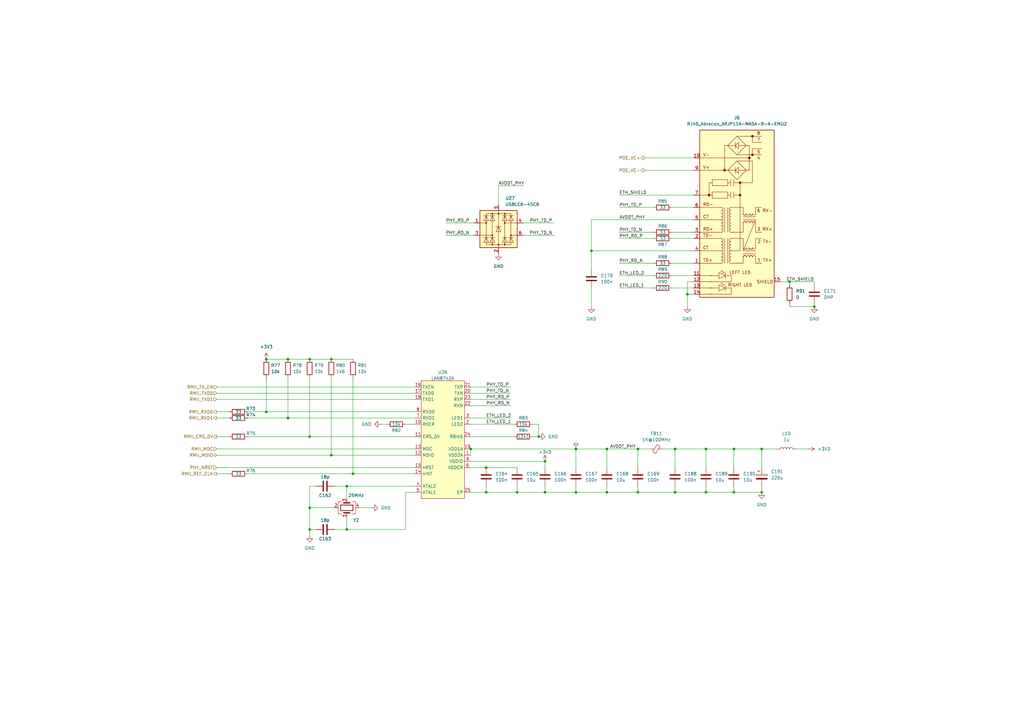
<source format=kicad_sch>
(kicad_sch (version 20211123) (generator eeschema)
  (paper "A3")
  (title_block (title "Kirdy") (date "2022-07-03") (rev "r0.1") (company "M-Labs") (comment 1 "Alex Wong Tat Hang"))
  (lib_symbols
    (symbol "Connector:RJ45_Abracon_ARJP11A-MASA-B-A-EMU2" (pin_names (offset 1.016) hide)
      (property "Reference" "J" (at 0 -38.1 0))
      (property "Value" "RJ45_Abracon_ARJP11A-MASA-B-A-EMU2" (at 0 -35.56 0))
      (symbol "RJ45_Abracon_ARJP11A-MASA-B-A-EMU2_0_0"
        (rectangle (start -15.24 -34.29) (end 15.24 34.29) (stroke (width 0.254)) (fill (type background)))
        (rectangle (start -3.81 8.89) (end -10.16 6.35))
        (polyline (pts (xy -15.24 -33.02) (xy -10.16 -33.02)))
        (polyline (pts (xy -15.24 -30.48) (xy -10.16 -30.48)))
        (polyline (pts (xy -15.24 -27.94) (xy -10.16 -27.94)))
        (polyline (pts (xy -15.24 -25.4) (xy -10.16 -25.4)))
        (polyline (pts (xy -15.24 -20.32) (xy -10.16 -20.32)))
        (polyline (pts (xy -15.24 -15.24) (xy -10.16 -15.24)))
        (polyline (pts (xy -15.24 -10.16) (xy -10.16 -10.16)))
        (polyline (pts (xy -15.24 -7.62) (xy -10.16 -7.62)))
        (polyline (pts (xy -15.24 -2.54) (xy -10.16 -2.54)))
        (polyline (pts (xy -15.24 2.54) (xy -10.16 2.54)))
        (polyline (pts (xy -15.24 22.86) (xy 5.08 22.86)))
        (polyline (pts (xy -11.43 7.62) (xy -15.24 7.62)))
        (polyline (pts (xy -11.176 -25.4) (xy -7.366 -25.4)))
        (polyline (pts (xy -10.16 7.62) (xy -11.43 7.62)))
        (polyline (pts (xy -5.08 17.78) (xy -15.24 17.78)))
        (polyline (pts (xy -5.08 17.78) (xy -3.81 17.78)))
        (polyline (pts (xy -5.08 19.05) (xy -5.08 17.78)))
        (polyline (pts (xy -3.81 7.62) (xy -2.54 7.62)))
        (polyline (pts (xy -3.81 12.7) (xy -2.54 12.7)))
        (polyline (pts (xy -2.54 8.89) (xy -2.54 6.35)))
        (polyline (pts (xy -1.27 8.89) (xy -1.27 6.35)))
        (polyline (pts (xy -1.27 13.97) (xy -1.27 11.43)))
        (polyline (pts (xy 0 21.59) (xy 6.35 21.59)))
        (polyline (pts (xy 0 24.13) (xy 10.16 24.13)))
        (polyline (pts (xy 0 31.75) (xy 10.16 31.75)))
        (polyline (pts (xy 1.27 10.16) (xy 1.27 12.7)))
        (polyline (pts (xy -10.16 12.7) (xy -11.43 12.7) (xy -11.43 7.62)))
        (polyline (pts (xy -3.81 27.94) (xy -5.08 27.94) (xy -5.08 17.78)))
        (polyline (pts (xy -1.27 12.7) (xy 0 12.7) (xy 1.27 12.7)))
        (polyline (pts (xy 1.27 12.7) (xy 6.35 12.7) (xy 6.35 21.59)))
        (polyline (pts (xy 6.35 24.13) (xy 6.35 26.67) (xy 10.16 26.67)))
        (polyline (pts (xy 6.35 31.75) (xy 6.35 29.21) (xy 10.16 29.21)))
        (polyline (pts (xy -4.826 -25.4) (xy -2.286 -25.4) (xy -2.286 -27.94) (xy -11.176 -27.94)))
        (polyline (pts (xy -2.54 -15.24) (xy -1.27 -15.24) (xy 1.27 -15.24) (xy 1.27 10.16)))
        (polyline (pts (xy 3.81 17.78) (xy 5.08 17.78) (xy 5.08 27.94) (xy 3.81 27.94)))
        (polyline (pts (xy -3.81 17.78) (xy 0 13.97) (xy 3.81 17.78) (xy 0 21.59) (xy -3.81 17.78)))
        (circle (center 1.27 7.62) (radius 0.0001) (stroke (width 0.508)))
        (text "1 TX+" (at 11.43 -19.05 0) (effects (font (size 1.27 1.27))))
        (text "2 TX-" (at 11.43 -11.43 0) (effects (font (size 1.27 1.27))))
        (text "3 RX+" (at 11.43 -6.35 0) (effects (font (size 1.27 1.27))))
        (text "4" (at 8.89 22.86 0) (effects (font (size 1.27 1.27))))
        (text "5" (at 8.89 25.4 0) (effects (font (size 1.27 1.27))))
        (text "6 RX-" (at 11.43 1.27 0) (effects (font (size 1.27 1.27))))
        (text "7" (at 8.89 30.48 0) (effects (font (size 1.27 1.27))))
        (text "8" (at 8.89 33.02 0) (effects (font (size 1.27 1.27))))
        (text "CT" (at -13.97 -1.27 0) (effects (font (size 1.27 1.27)) (justify left)))
        (text "LEFT LED" (at 1.27 -24.13 0) (effects (font (size 1.27 1.27))))
        (text "RD-" (at -13.97 3.81 0) (effects (font (size 1.27 1.27)) (justify left)))
        (text "SHIELD" (at 11.43 -27.94 0) (effects (font (size 1.27 1.27))))
        (text "V+" (at -13.97 19.05 0) (effects (font (size 1.27 1.27)) (justify left)))
        (text "V-" (at -13.97 24.13 0) (effects (font (size 1.27 1.27)) (justify left)))
      )
      (symbol "RJ45_Abracon_ARJP11A-MASA-B-A-EMU2_0_1"
        (arc (start -6.35 -16.51) (mid -5.715 -15.875) (end -6.35 -15.24))
        (arc (start -6.35 -15.24) (mid -5.715 -14.605) (end -6.35 -13.97))
        (arc (start -6.35 -13.97) (mid -6.35 -16.51) (end -6.35 -13.97))
        (arc (start -6.35 -11.43) (mid -5.715 -10.795) (end -6.35 -10.16))
        (polyline (pts (xy -6.35 -20.32) (xy -10.16 -20.32)))
        (polyline (pts (xy -6.35 -15.24) (xy -10.16 -15.24)))
        (polyline (pts (xy -6.35 -10.16) (xy -10.16 -10.16)))
        (polyline (pts (xy -6.35 -7.62) (xy -10.16 -7.62)))
        (polyline (pts (xy -6.35 -2.54) (xy -10.16 -2.54)))
        (polyline (pts (xy -6.35 2.54) (xy -10.16 2.54)))
        (polyline (pts (xy -6.096 -28.448) (xy -6.35 -28.448)))
        (polyline (pts (xy -5.334 -28.956) (xy -5.588 -28.956)))
        (polyline (pts (xy -4.826 -24.13) (xy -4.826 -26.67)))
        (polyline (pts (xy -1.27 7.62) (xy 1.27 7.62)))
        (polyline (pts (xy -0.635 17.78) (xy -3.81 17.78)))
        (polyline (pts (xy -0.635 19.05) (xy -0.635 16.51)))
        (polyline (pts (xy 0.635 17.78) (xy 3.81 17.78)))
        (polyline (pts (xy -6.604 -28.956) (xy -6.096 -28.448) (xy -6.096 -28.702)))
        (polyline (pts (xy -5.842 -29.464) (xy -5.334 -28.956) (xy -5.334 -29.21)))
        (polyline (pts (xy -7.366 -24.13) (xy -7.366 -26.67) (xy -4.826 -25.4) (xy -7.366 -24.13)))
        (polyline (pts (xy 0.635 19.05) (xy 0.635 16.51) (xy -0.635 17.78) (xy 0.635 19.05)))
      )
      (symbol "RJ45_Abracon_ARJP11A-MASA-B-A-EMU2_1_1"
        (circle (center -11.43 7.62) (radius 0.0001) (stroke (width 0.508)))
        (arc (start -6.35 -20.32) (mid -5.715 -19.685) (end -6.35 -19.05))
        (arc (start -6.35 -19.05) (mid -5.715 -18.415) (end -6.35 -17.78))
        (arc (start -6.35 -17.78) (mid -6.35 -20.32) (end -6.35 -17.78))
        (arc (start -6.35 -17.78) (mid -5.715 -17.145) (end -6.35 -16.51))
        (arc (start -6.35 -13.97) (mid -5.715 -13.335) (end -6.35 -12.7))
        (arc (start -6.35 -12.7) (mid -5.715 -12.065) (end -6.35 -11.43))
        (arc (start -6.35 -7.62) (mid -5.715 -6.985) (end -6.35 -6.35))
        (arc (start -6.35 -6.35) (mid -5.715 -5.715) (end -6.35 -5.08))
        (arc (start -6.35 -5.08) (mid -6.35 -7.62) (end -6.35 -5.08))
        (arc (start -6.35 -5.08) (mid -5.715 -4.445) (end -6.35 -3.81))
        (arc (start -6.35 -3.81) (mid -6.35 -6.35) (end -6.35 -3.81))
        (arc (start -6.35 -3.81) (mid -5.715 -3.175) (end -6.35 -2.54))
        (arc (start -6.35 -2.54) (mid -5.715 -1.905) (end -6.35 -1.27))
        (arc (start -6.35 -1.27) (mid -5.715 -0.635) (end -6.35 0))
        (arc (start -6.35 0) (mid -5.715 0.635) (end -6.35 1.27))
        (arc (start -6.35 1.27) (mid -6.35 -1.27) (end -6.35 1.27))
        (arc (start -6.35 1.27) (mid -5.715 1.905) (end -6.35 2.54))
        (circle (center -5.08 17.78) (radius 0.0001) (stroke (width 0.508)))
        (rectangle (start -3.81 13.97) (end -10.16 11.43))
        (arc (start -2.54 -19.05) (mid -3.175 -19.685) (end -2.54 -20.32))
        (arc (start -2.54 -19.05) (mid -2.54 -16.51) (end -2.54 -19.05))
        (arc (start -2.54 -17.78) (mid -3.175 -18.415) (end -2.54 -19.05))
        (arc (start -2.54 -16.51) (mid -3.175 -17.145) (end -2.54 -17.78))
        (arc (start -2.54 -15.24) (mid -3.175 -15.875) (end -2.54 -16.51))
        (arc (start -2.54 -15.24) (mid -2.54 -12.7) (end -2.54 -15.24))
        (arc (start -2.54 -13.97) (mid -3.175 -14.605) (end -2.54 -15.24))
        (arc (start -2.54 -12.7) (mid -3.175 -13.335) (end -2.54 -13.97))
        (arc (start -2.54 -11.43) (mid -3.175 -12.065) (end -2.54 -12.7))
        (arc (start -2.54 -10.16) (mid -3.175 -10.795) (end -2.54 -11.43))
        (arc (start -2.54 -6.35) (mid -3.175 -6.985) (end -2.54 -7.62))
        (arc (start -2.54 -6.35) (mid -2.54 -3.81) (end -2.54 -6.35))
        (arc (start -2.54 -5.08) (mid -3.175 -5.715) (end -2.54 -6.35))
        (arc (start -2.54 -3.81) (mid -3.175 -4.445) (end -2.54 -5.08))
        (arc (start -2.54 -3.81) (mid -2.54 -1.27) (end -2.54 -3.81))
        (arc (start -2.54 -2.54) (mid -3.175 -3.175) (end -2.54 -3.81))
        (arc (start -2.54 -1.27) (mid -3.175 -1.905) (end -2.54 -2.54))
        (arc (start -2.54 0) (mid -3.175 -0.635) (end -2.54 -1.27))
        (arc (start -2.54 0) (mid -2.54 2.54) (end -2.54 0))
        (arc (start -2.54 1.27) (mid -3.175 0.635) (end -2.54 0))
        (arc (start -2.54 2.54) (mid -3.175 1.905) (end -2.54 1.27))
        (polyline (pts (xy -11.176 -30.48) (xy -7.366 -30.48)))
        (polyline (pts (xy -6.096 -23.368) (xy -6.35 -23.368)))
        (polyline (pts (xy -5.334 -23.876) (xy -5.588 -23.876)))
        (polyline (pts (xy -5.08 -10.16) (xy -5.08 -20.32)))
        (polyline (pts (xy -5.08 2.54) (xy -5.08 -7.62)))
        (polyline (pts (xy -4.826 -29.21) (xy -4.826 -31.75)))
        (polyline (pts (xy -3.81 -20.32) (xy -3.81 -10.16)))
        (polyline (pts (xy -3.81 -7.62) (xy -3.81 2.54)))
        (polyline (pts (xy -2.54 13.97) (xy -2.54 11.43)))
        (polyline (pts (xy -0.635 27.94) (xy -3.81 27.94)))
        (polyline (pts (xy -0.635 29.21) (xy -0.635 26.67)))
        (polyline (pts (xy 0.635 27.94) (xy 3.81 27.94)))
        (polyline (pts (xy 2.54 -16.51) (xy 7.62 -16.51)))
        (polyline (pts (xy 2.54 -15.24) (xy 7.62 -2.54)))
        (polyline (pts (xy 2.54 -2.54) (xy 7.62 -2.54)))
        (polyline (pts (xy 7.62 -15.24) (xy 2.54 -15.24)))
        (polyline (pts (xy 7.62 -1.27) (xy 2.54 -1.27)))
        (polyline (pts (xy -6.604 -23.876) (xy -6.096 -23.368) (xy -6.096 -23.622)))
        (polyline (pts (xy -5.842 -24.384) (xy -5.334 -23.876) (xy -5.334 -24.13)))
        (polyline (pts (xy -2.54 -10.16) (xy 2.54 -10.16) (xy 2.54 -13.97)))
        (polyline (pts (xy -2.54 -7.62) (xy 2.54 -7.62) (xy 2.54 -3.81)))
        (polyline (pts (xy -2.54 2.54) (xy 2.54 2.54) (xy 2.54 0)))
        (polyline (pts (xy 2.54 -17.78) (xy 2.54 -20.32) (xy -2.54 -20.32)))
        (polyline (pts (xy 7.62 -17.78) (xy 7.62 -20.32) (xy 10.16 -20.32)))
        (polyline (pts (xy 7.62 -13.97) (xy 7.62 -10.16) (xy 10.16 -10.16)))
        (polyline (pts (xy 7.62 -3.81) (xy 7.62 -7.62) (xy 10.16 -7.62)))
        (polyline (pts (xy 7.62 0) (xy 7.62 2.54) (xy 10.16 2.54)))
        (polyline (pts (xy -7.366 -29.21) (xy -7.366 -31.75) (xy -4.826 -30.48) (xy -7.366 -29.21)))
        (polyline (pts (xy -4.826 -30.48) (xy -2.286 -30.48) (xy -2.286 -33.02) (xy -11.176 -33.02)))
        (polyline (pts (xy 0.635 29.21) (xy 0.635 26.67) (xy -0.635 27.94) (xy 0.635 29.21)))
        (polyline (pts (xy -3.81 27.94) (xy 0 24.13) (xy 3.81 27.94) (xy 0 31.75) (xy -3.81 27.94)))
        (circle (center 1.27 12.7) (radius 0.0001) (stroke (width 0.508)))
        (arc (start 2.54 -17.78) (mid 5.08 -17.78) (end 2.54 -17.78))
        (arc (start 2.54 -13.97) (mid 3.175 -14.605) (end 3.81 -13.97))
        (arc (start 2.54 -13.97) (mid 3.175 -14.605) (end 3.81 -13.97))
        (arc (start 2.54 -3.81) (mid 5.08 -3.81) (end 2.54 -3.81))
        (arc (start 2.54 0) (mid 3.175 -0.635) (end 3.81 0))
        (arc (start 2.54 0) (mid 3.175 -0.635) (end 3.81 0))
        (arc (start 3.81 -17.78) (mid 3.175 -17.145) (end 2.54 -17.78))
        (arc (start 3.81 -17.78) (mid 3.175 -17.145) (end 2.54 -17.78))
        (arc (start 3.81 -13.97) (mid 1.27 -13.97) (end 3.81 -13.97))
        (arc (start 3.81 -13.97) (mid 4.445 -14.605) (end 5.08 -13.97))
        (arc (start 3.81 -3.81) (mid 3.175 -3.175) (end 2.54 -3.81))
        (arc (start 3.81 -3.81) (mid 3.175 -3.175) (end 2.54 -3.81))
        (arc (start 3.81 0) (mid 1.27 0) (end 3.81 0))
        (arc (start 3.81 0) (mid 4.445 -0.635) (end 5.08 0))
        (arc (start 5.08 -17.78) (mid 4.445 -17.145) (end 3.81 -17.78))
        (arc (start 5.08 -17.78) (mid 7.62 -17.78) (end 5.08 -17.78))
        (arc (start 5.08 -13.97) (mid 5.715 -14.605) (end 6.35 -13.97))
        (arc (start 5.08 -13.97) (mid 5.715 -14.605) (end 6.35 -13.97))
        (arc (start 5.08 -3.81) (mid 4.445 -3.175) (end 3.81 -3.81))
        (arc (start 5.08 -3.81) (mid 7.62 -3.81) (end 5.08 -3.81))
        (arc (start 5.08 0) (mid 5.715 -0.635) (end 6.35 0))
        (arc (start 5.08 0) (mid 5.715 -0.635) (end 6.35 0))
        (circle (center 5.08 22.86) (radius 0.0001) (stroke (width 0.508)))
        (circle (center 5.08 22.86) (radius 0.0001) (stroke (width 0.508)))
        (arc (start 6.35 -17.78) (mid 5.715 -17.145) (end 5.08 -17.78))
        (arc (start 6.35 -17.78) (mid 5.715 -17.145) (end 5.08 -17.78))
        (arc (start 6.35 -13.97) (mid 3.81 -13.97) (end 6.35 -13.97))
        (arc (start 6.35 -13.97) (mid 6.985 -14.605) (end 7.62 -13.97))
        (arc (start 6.35 -3.81) (mid 5.715 -3.175) (end 5.08 -3.81))
        (arc (start 6.35 -3.81) (mid 5.715 -3.175) (end 5.08 -3.81))
        (arc (start 6.35 0) (mid 3.81 0) (end 6.35 0))
        (arc (start 6.35 0) (mid 6.985 -0.635) (end 7.62 0))
        (circle (center 6.35 24.13) (radius 0.0001) (stroke (width 0.508)))
        (circle (center 6.35 31.75) (radius 0.0001) (stroke (width 0.508)))
        (arc (start 7.62 -17.78) (mid 6.985 -17.145) (end 6.35 -17.78))
        (arc (start 7.62 -3.81) (mid 6.985 -3.175) (end 6.35 -3.81))
        (text "CT" (at -13.97 -13.97 0) (effects (font (size 1.27 1.27)) (justify left)))
        (text "RD+" (at -13.97 -6.35 0) (effects (font (size 1.27 1.27)) (justify left)))
        (text "RIGHT LED" (at 1.27 -29.21 0) (effects (font (size 1.27 1.27))))
        (text "TD+" (at -13.97 -19.05 0) (effects (font (size 1.27 1.27)) (justify left)))
        (text "TD-" (at -13.97 -8.89 0) (effects (font (size 1.27 1.27)) (justify left)))
        (pin passive line (at -17.78 -20.32 0) (length 2.54) (name "TD+") (number "1"))
        (pin power_out line (at -17.78 22.86 0) (length 2.54) (name "V-") (number "10"))
        (pin passive line (at -17.78 -25.4 0) (length 2.54) (name "LLED+") (number "11"))
        (pin passive line (at -17.78 -27.94 0) (length 2.54) (name "LLED-") (number "12"))
        (pin passive line (at -17.78 -30.48 0) (length 2.54) (name "RLED+") (number "13"))
        (pin passive line (at -17.78 -33.02 0) (length 2.54) (name "RLED-") (number "14"))
        (pin passive line (at 17.78 -27.94 180) (length 2.54) (name "SHIELD") (number "15"))
        (pin passive line (at -17.78 -10.16 0) (length 2.54) (name "TD-") (number "2"))
        (pin passive line (at -17.78 -7.62 0) (length 2.54) (name "RD+") (number "3"))
        (pin passive line (at -17.78 -15.24 0) (length 2.54) (name "CT") (number "4"))
        (pin passive line (at -17.78 -2.54 0) (length 2.54) (name "CT") (number "5"))
        (pin passive line (at -17.78 2.54 0) (length 2.54) (name "RD-") (number "6"))
        (pin passive line (at -17.78 7.62 0) (length 2.54) (name "7") (number "7"))
        (pin power_out line (at -17.78 17.78 0) (length 2.54) (name "V+") (number "9"))
      )
    )
    (symbol "Device:C" (pin_numbers hide) (pin_names (offset 0.254))
      (property "Reference" "C" (at 0.635 2.54 0))
      (property "Value" "C" (at 0.635 -2.54 0))
      (symbol "C_0_1"
        (polyline (pts (xy -2.032 -0.762) (xy 2.032 -0.762)) (stroke (width 0.508)))
        (polyline (pts (xy -2.032 0.762) (xy 2.032 0.762)) (stroke (width 0.508)))
      )
      (symbol "C_1_1"
        (pin passive line (at 0 3.81 270) (length 2.794) (name "~") (number "1"))
        (pin passive line (at 0 -3.81 90) (length 2.794) (name "~") (number "2"))
      )
    )
    (symbol "Device:C_Polarized" (pin_numbers hide) (pin_names (offset 0.254))
      (property "Reference" "C" (at 0.635 2.54 0))
      (property "Value" "C_Polarized" (at 0.635 -2.54 0))
      (symbol "C_Polarized_0_1"
        (rectangle (start -2.286 0.508) (end 2.286 1.016))
        (polyline (pts (xy -1.778 2.286) (xy -0.762 2.286)))
        (polyline (pts (xy -1.27 2.794) (xy -1.27 1.778)))
        (rectangle (start 2.286 -0.508) (end -2.286 -1.016) (fill (type outline)))
      )
      (symbol "C_Polarized_1_1"
        (pin passive line (at 0 3.81 270) (length 2.794) (name "~") (number "1"))
        (pin passive line (at 0 -3.81 90) (length 2.794) (name "~") (number "2"))
      )
    )
    (symbol "Device:Crystal_GND24" (pin_names (offset 1.016) hide)
      (property "Reference" "Y" (at 3.175 5.08 0))
      (property "Value" "Crystal_GND24" (at 3.175 3.175 0))
      (symbol "Crystal_GND24_0_1"
        (rectangle (start -1.143 2.54) (end 1.143 -2.54) (stroke (width 0.3048)))
        (polyline (pts (xy -2.54 0) (xy -2.032 0)))
        (polyline (pts (xy -2.032 -1.27) (xy -2.032 1.27)) (stroke (width 0.508)))
        (polyline (pts (xy 0 -3.81) (xy 0 -3.556)))
        (polyline (pts (xy 0 3.556) (xy 0 3.81)))
        (polyline (pts (xy 2.032 -1.27) (xy 2.032 1.27)) (stroke (width 0.508)))
        (polyline (pts (xy 2.032 0) (xy 2.54 0)))
        (polyline (pts (xy -2.54 -2.286) (xy -2.54 -3.556) (xy 2.54 -3.556) (xy 2.54 -2.286)))
        (polyline (pts (xy -2.54 2.286) (xy -2.54 3.556) (xy 2.54 3.556) (xy 2.54 2.286)))
      )
      (symbol "Crystal_GND24_1_1"
        (pin passive line (at -3.81 0 0) (length 1.27) (name "1") (number "1"))
        (pin passive line (at 0 5.08 270) (length 1.27) (name "2") (number "2"))
        (pin passive line (at 3.81 0 180) (length 1.27) (name "3") (number "3"))
        (pin passive line (at 0 -5.08 90) (length 1.27) (name "4") (number "4"))
      )
    )
    (symbol "Device:FerriteBead_Small" (pin_numbers hide) (pin_names (offset 0))
      (property "Reference" "FB" (at 1.905 1.27 0))
      (property "Value" "FerriteBead_Small" (at 1.905 -1.27 0))
      (symbol "FerriteBead_Small_0_1"
        (polyline (pts (xy 0 -1.27) (xy 0 -0.7874)))
        (polyline (pts (xy 0 0.889) (xy 0 1.2954)))
        (polyline (pts (xy -1.8288 0.2794) (xy -1.1176 1.4986) (xy 1.8288 -0.2032) (xy 1.1176 -1.4224) (xy -1.8288 0.2794)))
      )
      (symbol "FerriteBead_Small_1_1"
        (pin passive line (at 0 2.54 270) (length 1.27) (name "~") (number "1"))
        (pin passive line (at 0 -2.54 90) (length 1.27) (name "~") (number "2"))
      )
    )
    (symbol "Device:L" (pin_numbers hide) (pin_names (offset 1.016) hide)
      (property "Reference" "L" (at -1.27 0 90))
      (property "Value" "L" (at 1.905 0 90))
      (symbol "L_0_1"
        (arc (start 0 -2.54) (mid 0.635 -1.905) (end 0 -1.27))
        (arc (start 0 -1.27) (mid 0.635 -0.635) (end 0 0))
        (arc (start 0 0) (mid 0.635 0.635) (end 0 1.27))
        (arc (start 0 1.27) (mid 0.635 1.905) (end 0 2.54))
      )
      (symbol "L_1_1"
        (pin passive line (at 0 3.81 270) (length 1.27) (name "1") (number "1"))
        (pin passive line (at 0 -3.81 90) (length 1.27) (name "2") (number "2"))
      )
    )
    (symbol "Device:R" (pin_numbers hide) (pin_names (offset 0))
      (property "Reference" "R" (at 2.032 0 90))
      (property "Value" "R" (at 0 0 90))
      (symbol "R_0_1"
        (rectangle (start -1.016 -2.54) (end 1.016 2.54) (stroke (width 0.254)))
      )
      (symbol "R_1_1"
        (pin passive line (at 0 3.81 270) (length 1.27) (name "~") (number "1"))
        (pin passive line (at 0 -3.81 90) (length 1.27) (name "~") (number "2"))
      )
    )
    (symbol "Power_Protection:USBLC6-4SC6" (pin_names hide)
      (property "Reference" "U" (at 2.54 8.89 0))
      (property "Value" "USBLC6-4SC6" (at 2.54 -8.89 0))
      (symbol "USBLC6-4SC6_0_1"
        (rectangle (start -7.62 -7.62) (end 7.62 7.62) (stroke (width 0.254)) (fill (type background)))
        (circle (center -5.08 2.54) (radius 0.254) (fill (type outline)))
        (circle (center -2.54 -6.35) (radius 0.254) (fill (type outline)))
        (circle (center -2.54 -2.54) (radius 0.254) (fill (type outline)))
        (circle (center -2.54 6.35) (radius 0.254) (fill (type outline)))
        (rectangle (start -2.54 6.35) (end 2.54 -6.35))
        (circle (center 0 -6.35) (radius 0.254) (fill (type outline)))
        (polyline (pts (xy -5.08 2.54) (xy -7.62 2.54)))
        (polyline (pts (xy -4.064 -3.429) (xy -6.096 -3.429)))
        (polyline (pts (xy -4.064 5.461) (xy -6.096 5.461)))
        (polyline (pts (xy -2.54 -2.54) (xy -7.62 -2.54)))
        (polyline (pts (xy -1.524 -3.429) (xy -3.556 -3.429)))
        (polyline (pts (xy -1.524 5.461) (xy -3.556 5.461)))
        (polyline (pts (xy 0 -7.62) (xy 0 -6.35)))
        (polyline (pts (xy 0 -6.35) (xy 0 1.27)))
        (polyline (pts (xy 0 1.27) (xy 0 6.35)))
        (polyline (pts (xy 0 6.35) (xy 0 7.62)))
        (polyline (pts (xy 1.524 -3.429) (xy 3.556 -3.429)))
        (polyline (pts (xy 1.524 5.461) (xy 3.556 5.461)))
        (polyline (pts (xy 2.54 2.54) (xy 7.62 2.54)))
        (polyline (pts (xy 4.064 -3.429) (xy 6.096 -3.429)))
        (polyline (pts (xy 4.064 5.461) (xy 6.096 5.461)))
        (polyline (pts (xy 5.08 -2.54) (xy 7.62 -2.54)))
        (polyline (pts (xy -6.096 -5.461) (xy -4.064 -5.461) (xy -5.08 -3.429) (xy -6.096 -5.461)))
        (polyline (pts (xy -6.096 3.429) (xy -4.064 3.429) (xy -5.08 5.461) (xy -6.096 3.429)))
        (polyline (pts (xy -3.556 -5.461) (xy -1.524 -5.461) (xy -2.54 -3.429) (xy -3.556 -5.461)))
        (polyline (pts (xy -3.556 3.429) (xy -1.524 3.429) (xy -2.54 5.461) (xy -3.556 3.429)))
        (polyline (pts (xy -2.54 6.35) (xy -5.08 6.35) (xy -5.08 -6.35) (xy -2.54 -6.35)))
        (polyline (pts (xy -1.016 -1.016) (xy 1.016 -1.016) (xy 0 1.016) (xy -1.016 -1.016)))
        (polyline (pts (xy 1.016 1.016) (xy 0.762 1.016) (xy -1.016 1.016) (xy -1.016 0.508)))
        (polyline (pts (xy 2.54 6.35) (xy 5.08 6.35) (xy 5.08 -6.35) (xy 2.54 -6.35)))
        (polyline (pts (xy 3.556 -5.461) (xy 1.524 -5.461) (xy 2.54 -3.429) (xy 3.556 -5.461)))
        (polyline (pts (xy 3.556 3.429) (xy 1.524 3.429) (xy 2.54 5.461) (xy 3.556 3.429)))
        (polyline (pts (xy 6.096 -5.461) (xy 4.064 -5.461) (xy 5.08 -3.429) (xy 6.096 -5.461)))
        (polyline (pts (xy 6.096 3.429) (xy 4.064 3.429) (xy 5.08 5.461) (xy 6.096 3.429)))
        (circle (center 0 6.35) (radius 0.254) (fill (type outline)))
        (circle (center 2.54 -6.35) (radius 0.254) (fill (type outline)))
        (circle (center 2.54 2.54) (radius 0.254) (fill (type outline)))
        (circle (center 2.54 6.35) (radius 0.254) (fill (type outline)))
        (circle (center 5.08 -2.54) (radius 0.254) (fill (type outline)))
      )
      (symbol "USBLC6-4SC6_1_1"
        (pin passive line (at -10.16 2.54 0) (length 2.54) (name "I/O1") (number "1"))
        (pin passive line (at 0 -10.16 90) (length 2.54) (name "GND") (number "2"))
        (pin passive line (at -10.16 -2.54 0) (length 2.54) (name "I/O2") (number "3"))
        (pin passive line (at 10.16 2.54 180) (length 2.54) (name "I/O3") (number "4"))
        (pin passive line (at 0 10.16 270) (length 2.54) (name "VBUS") (number "5"))
        (pin passive line (at 10.16 -2.54 180) (length 2.54) (name "I/O4") (number "6"))
      )
    )
    (symbol "kirdy:LAN8742A"
      (property "Reference" "U" (at 0 -30.48 0))
      (property "Value" "LAN8742A" (at 0 -27.94 0))
      (symbol "LAN8742A_0_0"
        (pin power_in line (at 10.16 -7.62 180) (length 2.54) (name "VDD2A") (number "1"))
        (pin bidirectional line (at -12.7 5.08 0) (length 2.54) (name "RXER") (number "10"))
        (pin output line (at -12.7 0 0) (length 2.54) (name "CRS_DV") (number "11"))
        (pin bidirectional line (at -12.7 -7.62 0) (length 2.54) (name "MDIO") (number "12"))
        (pin input line (at -12.7 -5.08 0) (length 2.54) (name "MDC") (number "13"))
        (pin output line (at -12.7 -15.24 0) (length 2.54) (name "nINT") (number "14"))
        (pin input line (at -12.7 -12.7 0) (length 2.54) (name "nRST") (number "15"))
        (pin input line (at -12.7 20.32 0) (length 2.54) (name "TXEN") (number "16"))
        (pin input line (at -12.7 17.78 0) (length 2.54) (name "TXD0") (number "17"))
        (pin input line (at -12.7 15.24 0) (length 2.54) (name "TXD1") (number "18"))
        (pin power_in line (at 10.16 -5.08 180) (length 2.54) (name "VDD1A") (number "19"))
        (pin output line (at 10.16 5.08 180) (length 2.54) (name "LED2") (number "2"))
        (pin bidirectional line (at 10.16 17.78 180) (length 2.54) (name "TXN") (number "20"))
        (pin bidirectional line (at 10.16 20.32 180) (length 2.54) (name "TXP") (number "21"))
        (pin bidirectional line (at 10.16 12.7 180) (length 2.54) (name "RXN") (number "22"))
        (pin bidirectional line (at 10.16 15.24 180) (length 2.54) (name "RXP") (number "23"))
        (pin passive line (at 10.16 0 180) (length 2.54) (name "RBIAS") (number "24"))
        (pin power_in line (at 10.16 -22.86 180) (length 2.54) (name "EP") (number "25"))
        (pin output line (at 10.16 7.62 180) (length 2.54) (name "LED1") (number "3"))
        (pin input line (at -12.7 -20.32 0) (length 2.54) (name "XTAL2") (number "4"))
        (pin input line (at -12.7 -22.86 0) (length 2.54) (name "XTAL1") (number "5"))
        (pin passive line (at 10.16 -12.7 180) (length 2.54) (name "VDDCR") (number "6"))
        (pin output line (at -12.7 7.62 0) (length 2.54) (name "RXD1") (number "7"))
        (pin output line (at -12.7 10.16 0) (length 2.54) (name "RXD0") (number "8"))
        (pin power_in line (at 10.16 -10.16 180) (length 2.54) (name "VDDIO") (number "9"))
      )
      (symbol "LAN8742A_0_1"
        (rectangle (start -10.16 22.86) (end 7.62 -25.4) (fill (type background)))
      )
    )
    (symbol "power:+3V3" (power) (pin_names (offset 0))
      (property "Value" "+3V3" (at 0 3.556 0))
      (symbol "+3V3_0_1"
        (polyline (pts (xy -0.762 1.27) (xy 0 2.54)))
        (polyline (pts (xy 0 0) (xy 0 2.54)))
        (polyline (pts (xy 0 2.54) (xy 0.762 1.27)))
      )
      (symbol "+3V3_1_1"
        (pin power_in line (at 0 0 90) (length 0) hide (name "+3V3") (number "1"))
      )
    )
    (symbol "power:GND" (power) (pin_names (offset 0))
      (property "Value" "GND" (at 0 -3.81 0))
      (symbol "GND_0_1"
        (polyline (pts (xy 0 0) (xy 0 -1.27) (xy 1.27 -1.27) (xy 0 -2.54) (xy -1.27 -1.27) (xy 0 -1.27)))
      )
      (symbol "GND_1_1"
        (pin power_in line (at 0 0 270) (length 0) hide (name "GND") (number "1"))
      )
    )
    (symbol "power:PWR_FLAG" (power) (pin_numbers hide) (pin_names (offset 0) hide)
      (property "Value" "PWR_FLAG" (at 0 3.81 0))
      (symbol "PWR_FLAG_0_0"
        (pin power_out line (at 0 0 90) (length 0) (name "pwr") (number "1"))
      )
      (symbol "PWR_FLAG_0_1"
        (polyline (pts (xy 0 0) (xy 0 1.27) (xy -1.016 1.905) (xy 0 2.54) (xy 1.016 1.905) (xy 0 1.27)))
      )
    )
  )
  (junction (at 312.42 184.15))
  (junction (at 223.52 201.93))
  (junction (at 127 217.17))
  (junction (at 334.01 125.73))
  (junction (at 109.22 168.91))
  (junction (at 281.94 120.65))
  (junction (at 300.99 201.93))
  (junction (at 135.89 147.32))
  (junction (at 300.99 184.15))
  (junction (at 236.22 184.15))
  (junction (at 135.89 186.69))
  (junction (at 212.09 201.93))
  (junction (at 248.92 184.15))
  (junction (at 127 147.32))
  (junction (at 109.22 147.32))
  (junction (at 289.56 184.15))
  (junction (at 118.11 171.45))
  (junction (at 144.78 194.31))
  (junction (at 242.57 102.87))
  (junction (at 323.85 115.57))
  (junction (at 312.42 201.93))
  (junction (at 220.98 179.07))
  (junction (at 236.22 201.93))
  (junction (at 276.86 201.93))
  (junction (at 199.39 201.93))
  (junction (at 127 208.28))
  (junction (at 261.62 201.93))
  (junction (at 142.24 217.17))
  (junction (at 199.39 191.77))
  (junction (at 276.86 184.15))
  (junction (at 127 179.07))
  (junction (at 261.62 184.15))
  (junction (at 248.92 201.93))
  (junction (at 223.52 189.23))
  (junction (at 118.11 147.32))
  (junction (at 142.24 199.39))
  (junction (at 193.04 184.15))
  (junction (at 289.56 201.93))
  (wire (pts (xy 127 147.32) (xy 135.89 147.32)))
  (wire (pts (xy 289.56 184.15) (xy 300.99 184.15)))
  (wire (pts (xy 276.86 184.15) (xy 289.56 184.15)))
  (wire (pts (xy 88.9 186.69) (xy 135.89 186.69)))
  (wire (pts (xy 212.09 199.39) (xy 212.09 201.93)))
  (wire (pts (xy 254 95.25) (xy 267.97 95.25)))
  (wire (pts (xy 275.59 95.25) (xy 284.48 95.25)))
  (wire (pts (xy 323.85 115.57) (xy 323.85 116.84)))
  (wire (pts (xy 236.22 199.39) (xy 236.22 201.93)))
  (wire (pts (xy 193.04 179.07) (xy 210.82 179.07)))
  (wire (pts (xy 220.98 173.99) (xy 220.98 179.07)))
  (wire (pts (xy 193.04 166.37) (xy 209.55 166.37)))
  (wire (pts (xy 88.9 168.91) (xy 93.98 168.91)))
  (wire (pts (xy 236.22 201.93) (xy 248.92 201.93)))
  (wire (pts (xy 320.04 115.57) (xy 323.85 115.57)))
  (wire (pts (xy 109.22 154.94) (xy 109.22 168.91)))
  (wire (pts (xy 88.9 171.45) (xy 93.98 171.45)))
  (wire (pts (xy 182.88 96.52) (xy 194.31 96.52)))
  (wire (pts (xy 242.57 102.87) (xy 284.48 102.87)))
  (wire (pts (xy 127 154.94) (xy 127 179.07)))
  (wire (pts (xy 300.99 199.39) (xy 300.99 201.93)))
  (wire (pts (xy 281.94 115.57) (xy 281.94 120.65)))
  (wire (pts (xy 326.39 184.15) (xy 331.47 184.15)))
  (wire (pts (xy 289.56 201.93) (xy 276.86 201.93)))
  (wire (pts (xy 254 118.11) (xy 267.97 118.11)))
  (wire (pts (xy 127 208.28) (xy 137.16 208.28)))
  (wire (pts (xy 166.37 201.93) (xy 170.18 201.93)))
  (wire (pts (xy 242.57 125.73) (xy 242.57 118.11)))
  (wire (pts (xy 137.16 217.17) (xy 142.24 217.17)))
  (wire (pts (xy 312.42 199.39) (xy 312.42 201.93)))
  (wire (pts (xy 127 208.28) (xy 127 199.39)))
  (wire (pts (xy 323.85 125.73) (xy 334.01 125.73)))
  (wire (pts (xy 312.42 184.15) (xy 312.42 191.77)))
  (wire (pts (xy 182.88 91.44) (xy 194.31 91.44)))
  (wire (pts (xy 199.39 191.77) (xy 212.09 191.77)))
  (wire (pts (xy 142.24 199.39) (xy 170.18 199.39)))
  (wire (pts (xy 275.59 113.03) (xy 284.48 113.03)))
  (wire (pts (xy 144.78 194.31) (xy 170.18 194.31)))
  (wire (pts (xy 193.04 184.15) (xy 193.04 186.69)))
  (wire (pts (xy 147.32 208.28) (xy 152.4 208.28)))
  (wire (pts (xy 261.62 184.15) (xy 261.62 191.77)))
  (wire (pts (xy 264.16 69.85) (xy 284.48 69.85)))
  (wire (pts (xy 199.39 201.93) (xy 212.09 201.93)))
  (wire (pts (xy 289.56 199.39) (xy 289.56 201.93)))
  (wire (pts (xy 223.52 201.93) (xy 236.22 201.93)))
  (wire (pts (xy 118.11 171.45) (xy 170.18 171.45)))
  (wire (pts (xy 248.92 199.39) (xy 248.92 201.93)))
  (wire (pts (xy 88.9 194.31) (xy 93.98 194.31)))
  (wire (pts (xy 101.6 179.07) (xy 127 179.07)))
  (wire (pts (xy 218.44 179.07) (xy 220.98 179.07)))
  (wire (pts (xy 127 219.71) (xy 127 217.17)))
  (wire (pts (xy 261.62 201.93) (xy 261.62 199.39)))
  (wire (pts (xy 254 113.03) (xy 267.97 113.03)))
  (wire (pts (xy 193.04 158.75) (xy 209.55 158.75)))
  (wire (pts (xy 261.62 184.15) (xy 266.7 184.15)))
  (wire (pts (xy 88.9 184.15) (xy 170.18 184.15)))
  (wire (pts (xy 223.52 199.39) (xy 223.52 201.93)))
  (wire (pts (xy 248.92 184.15) (xy 261.62 184.15)))
  (wire (pts (xy 193.04 184.15) (xy 236.22 184.15)))
  (wire (pts (xy 242.57 102.87) (xy 242.57 110.49)))
  (wire (pts (xy 144.78 154.94) (xy 144.78 194.31)))
  (wire (pts (xy 88.9 179.07) (xy 93.98 179.07)))
  (wire (pts (xy 193.04 191.77) (xy 199.39 191.77)))
  (wire (pts (xy 88.9 191.77) (xy 170.18 191.77)))
  (wire (pts (xy 204.47 76.2) (xy 214.63 76.2)))
  (wire (pts (xy 276.86 184.15) (xy 276.86 191.77)))
  (wire (pts (xy 284.48 90.17) (xy 242.57 90.17)))
  (wire (pts (xy 88.9 158.75) (xy 170.18 158.75)))
  (wire (pts (xy 193.04 201.93) (xy 199.39 201.93)))
  (wire (pts (xy 166.37 173.99) (xy 170.18 173.99)))
  (wire (pts (xy 193.04 173.99) (xy 210.82 173.99)))
  (wire (pts (xy 127 217.17) (xy 129.54 217.17)))
  (wire (pts (xy 218.44 173.99) (xy 220.98 173.99)))
  (wire (pts (xy 289.56 184.15) (xy 289.56 191.77)))
  (wire (pts (xy 214.63 91.44) (xy 227.33 91.44)))
  (wire (pts (xy 275.59 85.09) (xy 284.48 85.09)))
  (wire (pts (xy 312.42 201.93) (xy 300.99 201.93)))
  (wire (pts (xy 118.11 147.32) (xy 127 147.32)))
  (wire (pts (xy 214.63 96.52) (xy 227.33 96.52)))
  (wire (pts (xy 127 199.39) (xy 129.54 199.39)))
  (wire (pts (xy 254 80.01) (xy 284.48 80.01)))
  (wire (pts (xy 281.94 125.73) (xy 281.94 120.65)))
  (wire (pts (xy 109.22 168.91) (xy 170.18 168.91)))
  (wire (pts (xy 142.24 217.17) (xy 166.37 217.17)))
  (wire (pts (xy 118.11 154.94) (xy 118.11 171.45)))
  (wire (pts (xy 300.99 201.93) (xy 289.56 201.93)))
  (wire (pts (xy 254 85.09) (xy 267.97 85.09)))
  (wire (pts (xy 276.86 199.39) (xy 276.86 201.93)))
  (wire (pts (xy 127 217.17) (xy 127 208.28)))
  (wire (pts (xy 275.59 118.11) (xy 284.48 118.11)))
  (wire (pts (xy 334.01 115.57) (xy 334.01 116.84)))
  (wire (pts (xy 193.04 189.23) (xy 223.52 189.23)))
  (wire (pts (xy 334.01 124.46) (xy 334.01 125.73)))
  (wire (pts (xy 135.89 186.69) (xy 170.18 186.69)))
  (wire (pts (xy 142.24 204.47) (xy 142.24 199.39)))
  (wire (pts (xy 127 179.07) (xy 170.18 179.07)))
  (wire (pts (xy 300.99 184.15) (xy 300.99 191.77)))
  (wire (pts (xy 236.22 184.15) (xy 236.22 191.77)))
  (wire (pts (xy 88.9 163.83) (xy 170.18 163.83)))
  (wire (pts (xy 276.86 201.93) (xy 261.62 201.93)))
  (wire (pts (xy 248.92 184.15) (xy 248.92 191.77)))
  (wire (pts (xy 135.89 147.32) (xy 144.78 147.32)))
  (wire (pts (xy 142.24 212.09) (xy 142.24 217.17)))
  (wire (pts (xy 275.59 97.79) (xy 284.48 97.79)))
  (wire (pts (xy 300.99 184.15) (xy 312.42 184.15)))
  (wire (pts (xy 166.37 217.17) (xy 166.37 201.93)))
  (wire (pts (xy 193.04 171.45) (xy 209.55 171.45)))
  (wire (pts (xy 271.78 184.15) (xy 276.86 184.15)))
  (wire (pts (xy 312.42 184.15) (xy 318.77 184.15)))
  (wire (pts (xy 101.6 168.91) (xy 109.22 168.91)))
  (wire (pts (xy 254 97.79) (xy 267.97 97.79)))
  (wire (pts (xy 101.6 171.45) (xy 118.11 171.45)))
  (wire (pts (xy 212.09 201.93) (xy 223.52 201.93)))
  (wire (pts (xy 193.04 161.29) (xy 209.55 161.29)))
  (wire (pts (xy 236.22 184.15) (xy 248.92 184.15)))
  (wire (pts (xy 281.94 120.65) (xy 284.48 120.65)))
  (wire (pts (xy 193.04 163.83) (xy 209.55 163.83)))
  (wire (pts (xy 275.59 107.95) (xy 284.48 107.95)))
  (wire (pts (xy 101.6 194.31) (xy 144.78 194.31)))
  (wire (pts (xy 137.16 199.39) (xy 142.24 199.39)))
  (wire (pts (xy 264.16 64.77) (xy 284.48 64.77)))
  (wire (pts (xy 204.47 76.2) (xy 204.47 83.82)))
  (wire (pts (xy 242.57 90.17) (xy 242.57 102.87)))
  (wire (pts (xy 248.92 201.93) (xy 261.62 201.93)))
  (wire (pts (xy 284.48 115.57) (xy 281.94 115.57)))
  (wire (pts (xy 323.85 115.57) (xy 334.01 115.57)))
  (wire (pts (xy 323.85 124.46) (xy 323.85 125.73)))
  (wire (pts (xy 109.22 147.32) (xy 118.11 147.32)))
  (wire (pts (xy 254 107.95) (xy 267.97 107.95)))
  (wire (pts (xy 135.89 154.94) (xy 135.89 186.69)))
  (wire (pts (xy 223.52 189.23) (xy 223.52 191.77)))
  (wire (pts (xy 199.39 199.39) (xy 199.39 201.93)))
  (wire (pts (xy 156.21 173.99) (xy 158.75 173.99)))
  (wire (pts (xy 88.9 161.29) (xy 170.18 161.29)))
  (label "PHY_TD_P" (at 199.39 158.75 0))
  (label "PHY_TD_P" (at 254 85.09 0))
  (label "PHY_RD_N" (at 254 107.95 0))
  (label "AVDDT_PHY" (at 204.47 76.2 0))
  (label "PHY_RD_P" (at 254 97.79 0))
  (label "ETH_SHIELD" (at 254 80.01 0))
  (label "ETH_LED_1" (at 254 118.11 0))
  (label "PHY_TD_N" (at 199.39 161.29 0))
  (label "PHY_RD_P" (at 199.39 163.83 0))
  (label "PHY_TD_N" (at 217.17 96.52 0))
  (label "PHY_TD_N" (at 254 95.25 0))
  (label "PHY_RD_N" (at 199.39 166.37 0))
  (label "ETH_LED_2" (at 199.39 171.45 0))
  (label "PHY_RD_P" (at 182.88 91.44 0))
  (label "AVDDT_PHY" (at 254 90.17 0))
  (label "AVDDT_PHY" (at 250.19 184.15 0))
  (label "ETH_LED_2" (at 254 113.03 0))
  (label "PHY_RD_N" (at 182.88 96.52 0))
  (label "ETH_LED_1" (at 199.39 173.99 0))
  (label "PHY_TD_P" (at 217.17 91.44 0))
  (label "ETH_SHIELD" (at 322.58 115.57 0))
  (hierarchical_label "RMII_MDC" (shape input) (at 88.9 184.15 180))
  (hierarchical_label "RMII_TXD1" (shape input) (at 88.9 163.83 180))
  (hierarchical_label "RMII_RXD1" (shape output) (at 88.9 171.45 180))
  (hierarchical_label "RMII_RXD0" (shape output) (at 88.9 168.91 180))
  (hierarchical_label "RMII_CRS_DV" (shape output) (at 88.9 179.07 180))
  (hierarchical_label "RMII_MDIO" (shape bidirectional) (at 88.9 186.69 180))
  (hierarchical_label "RMII_REF_CLK" (shape output) (at 88.9 194.31 180))
  (hierarchical_label "POE_VC-" (shape output) (at 264.16 69.85 180))
  (hierarchical_label "RMII_TX_EN" (shape input) (at 88.9 158.75 180))
  (hierarchical_label "PHY_NRST" (shape input) (at 88.9 191.77 180))
  (hierarchical_label "POE_VC+" (shape output) (at 264.16 64.77 180))
  (hierarchical_label "RMII_TXD0" (shape input) (at 88.9 161.29 180))
  (symbol (lib_id "Device:C") (at 199.39 195.58 0) (unit 1)
    (property "Reference" "C164" (at 203.2 194.3099 0) (effects (justify left)))
    (property "Value" "100n" (at 203.2 196.8499 0) (effects (justify left)))
    (property "Footprint" "Capacitor_SMD:C_0603_1608Metric" (effects hide))
    (property "MFR_PN" "CL10B104KB8NNWC" (effects hide))
    (property "MFR_PN_ALT" "CL10B104KB8NNNL" (effects hide))
  )
  (symbol (lib_id "Device:C") (at 212.09 195.58 0) (unit 1)
    (property "Reference" "C165" (at 215.9 194.3099 0) (effects (justify left)))
    (property "Value" "10u" (at 215.9 196.8499 0) (effects (justify left)))
    (property "Footprint" "Capacitor_SMD:C_0805_2012Metric" (effects hide))
    (property "MFR_PN" "CL21B106KOQNNNG" (effects hide))
    (property "MFR_PN_ALT" "CL21B106KOQNNNE" (effects hide))
  )
  (symbol (lib_id "Device:C") (at 236.22 195.58 0) (unit 1)
    (property "Reference" "C167" (at 240.03 194.3099 0) (effects (justify left)))
    (property "Value" "100n" (at 240.03 196.8499 0) (effects (justify left)))
    (property "Footprint" "Capacitor_SMD:C_0603_1608Metric" (effects hide))
    (property "MFR_PN" "CL10B104KB8NNWC" (effects hide))
    (property "MFR_PN_ALT" "CL10B104KB8NNNL" (effects hide))
  )
  (symbol (lib_id "power:GND") (at 127 219.71 0) (unit 1)
    (property "Reference" "#PWR0142" (effects hide))
    (property "Value" "GND" (at 127 224.79 0))
  )
  (symbol (lib_id "Device:R") (at 144.78 151.13 180) (unit 1)
    (property "Reference" "R81" (at 148.59 149.86 0))
    (property "Value" "10k" (at 148.59 152.4 0))
    (property "Footprint" "Resistor_SMD:R_0603_1608Metric" (effects hide))
    (property "MFR_PN" "RNCP0603FTD10K0" (effects hide))
    (property "MFR_PN_ALT" "RMCF0603FT10K0" (effects hide))
  )
  (symbol (lib_id "Device:R") (at 214.63 179.07 90) (unit 1)
    (property "Reference" "R84" (at 214.63 176.53 90))
    (property "Value" "12k1" (at 214.63 179.07 90))
    (property "Footprint" "Resistor_SMD:R_0603_1608Metric" (effects hide))
    (property "MFR_PN" "RNCP0603FTD12K1" (effects hide))
    (property "MFR_PN_ALT" "CR0603-FX-1212ELF" (effects hide))
  )
  (symbol (lib_id "Device:R") (at 271.78 118.11 90) (unit 1)
    (property "Reference" "R90" (at 271.78 115.57 90))
    (property "Value" "220" (at 271.78 118.11 90))
    (property "Footprint" "Resistor_SMD:R_0603_1608Metric" (effects hide))
    (property "MFR_PN" "WR06X2200FTL" (effects hide))
    (property "MFR_PN_ALT" "CRGCQ0603F220R" (effects hide))
  )
  (symbol (lib_id "Device:L") (at 322.58 184.15 90) (unit 1)
    (property "Reference" "L10" (at 322.58 177.8 90))
    (property "Value" "1u" (at 322.58 180.34 90))
    (property "Footprint" "Inductor_SMD:L_1008_2520Metric" (effects hide))
    (property "MFR_PN" "DFE252012F-1R0M=P2" (effects hide))
    (property "MFR_PN_ALT" "DFE252012P-1R0M=P2" (effects hide))
  )
  (symbol (lib_id "Device:R") (at 109.22 151.13 180) (unit 1)
    (property "Reference" "R77" (at 113.03 149.86 0))
    (property "Value" "10k" (at 113.03 152.4 0))
    (property "Footprint" "Resistor_SMD:R_0603_1608Metric" (effects hide))
    (property "MFR_PN" "RNCP0603FTD10K0" (effects hide))
    (property "MFR_PN_ALT" "RMCF0603FT10K0" (effects hide))
  )
  (symbol (lib_id "Device:R") (at 162.56 173.99 90) (unit 1)
    (property "Reference" "R82" (at 162.56 176.53 90))
    (property "Value" "10k" (at 162.56 173.99 90))
    (property "Footprint" "Resistor_SMD:R_0603_1608Metric" (effects hide))
    (property "MFR_PN" "RNCP0603FTD10K0" (effects hide))
    (property "MFR_PN_ALT" "RMCF0603FT10K0" (effects hide))
  )
  (symbol (lib_id "Device:R") (at 97.79 194.31 90) (unit 1)
    (property "Reference" "R76" (at 102.87 193.04 90))
    (property "Value" "33" (at 97.79 194.31 90))
    (property "Footprint" "Resistor_SMD:R_0603_1608Metric" (effects hide))
    (property "MFR_PN" "RC0603FR-0733RL" (effects hide))
    (property "MFR_PN_ALT" "CRGCQ0603F33R" (effects hide))
  )
  (symbol (lib_id "power:GND") (at 242.57 125.73 0) (unit 1)
    (property "Reference" "#PWR0149" (effects hide))
    (property "Value" "GND" (at 242.57 130.81 0))
  )
  (symbol (lib_id "power:+3V3") (at 109.22 147.32 0) (unit 1)
    (property "Reference" "#PWR0141" (effects hide))
    (property "Value" "+3V3" (at 109.22 142.24 0))
  )
  (symbol (lib_id "power:GND") (at 281.94 125.73 0) (unit 1)
    (property "Reference" "#PWR0150" (effects hide))
    (property "Value" "GND" (at 281.94 130.81 0))
  )
  (symbol (lib_id "Device:C") (at 334.01 120.65 0) (unit 1)
    (property "Reference" "C171" (at 337.82 119.3799 0) (effects (justify left)))
    (property "Value" "DNP" (at 337.82 121.9199 0) (effects (justify left)))
    (property "Footprint" "Capacitor_SMD:C_1206_3216Metric" (effects hide))
    (property "MFR_PN" "12067C472KAT2A" (effects hide))
    (property "MFR_PN_ALT" "1206B472K501NT" (effects hide))
  )
  (symbol (lib_id "power:GND") (at 156.21 173.99 270) (unit 1)
    (property "Reference" "#PWR0144" (effects hide))
    (property "Value" "GND" (at 152.4 173.9899 90) (effects (justify right)))
  )
  (symbol (lib_id "Device:R") (at 271.78 113.03 90) (unit 1)
    (property "Reference" "R89" (at 271.78 110.49 90))
    (property "Value" "220" (at 271.78 113.03 90))
    (property "Footprint" "Resistor_SMD:R_0603_1608Metric" (effects hide))
    (property "MFR_PN" "WR06X2200FTL" (effects hide))
    (property "MFR_PN_ALT" "CRGCQ0603F220R" (effects hide))
  )
  (symbol (lib_id "power:+3V3") (at 223.52 189.23 0) (unit 1)
    (property "Reference" "#PWR0161" (effects hide))
    (property "Value" "+3V3" (at 223.52 185.42 0))
  )
  (symbol (lib_id "Device:R") (at 271.78 85.09 90) (unit 1)
    (property "Reference" "R85" (at 271.78 82.55 90))
    (property "Value" "33" (at 271.78 85.09 90))
    (property "Footprint" "Resistor_SMD:R_0603_1608Metric" (effects hide))
    (property "MFR_PN" "RC0603FR-0733RL" (effects hide))
    (property "MFR_PN_ALT" "CRGCQ0603F33R" (effects hide))
  )
  (symbol (lib_id "Device:R") (at 271.78 97.79 90) (unit 1)
    (property "Reference" "R87" (at 271.78 100.33 90))
    (property "Value" "33" (at 271.78 97.79 90))
    (property "Footprint" "Resistor_SMD:R_0603_1608Metric" (effects hide))
    (property "MFR_PN" "RC0603FR-0733RL" (effects hide))
    (property "MFR_PN_ALT" "CRGCQ0603F33R" (effects hide))
  )
  (symbol (lib_id "power:+3V3") (at 331.47 184.15 270) (unit 1)
    (property "Reference" "#PWR0148" (effects hide))
    (property "Value" "+3V3" (at 335.28 184.1499 90) (effects (justify left)))
  )
  (symbol (lib_id "Device:R") (at 271.78 95.25 90) (unit 1)
    (property "Reference" "R86" (at 271.78 92.71 90))
    (property "Value" "33" (at 271.78 95.25 90))
    (property "Footprint" "Resistor_SMD:R_0603_1608Metric" (effects hide))
    (property "MFR_PN" "RC0603FR-0733RL" (effects hide))
    (property "MFR_PN_ALT" "CRGCQ0603F33R" (effects hide))
  )
  (symbol (lib_id "kirdy:LAN8742A") (at 182.88 179.07 0) (unit 1)
    (property "Reference" "U26" (at 181.61 152.6372 0))
    (property "Value" "LAN8742A" (at 181.61 155.1741 0))
    (property "Footprint" "Package_DFN_QFN:QFN-24-1EP_4x4mm_P0.5mm_EP2.6x2.6mm" (effects hide))
    (property "Datasheet" "https://ww1.microchip.com/downloads/en/DeviceDoc/8742a.pdf" (effects hide))
    (property "MFR_PN" "LAN8742A-CZ" (effects hide))
    (property "MFR_PN_ALT" "LAN8742AI-CZ" (effects hide))
  )
  (symbol (lib_id "Device:R") (at 323.85 120.65 0) (unit 1)
    (property "Reference" "R91" (at 326.39 119.3799 0) (effects (justify left)))
    (property "Value" "0" (at 326.39 121.9199 0) (effects (justify left)))
    (property "Footprint" "Resistor_SMD:R_0603_1608Metric" (effects hide))
    (property "MFR_PN" "RMCF0603ZT0R00" (effects hide))
    (property "MFR_PN_ALT" "CR0603-J/-000ELF" (effects hide))
  )
  (symbol (lib_id "Device:R") (at 97.79 171.45 90) (unit 1)
    (property "Reference" "R74" (at 102.87 170.18 90))
    (property "Value" "33" (at 97.79 171.45 90))
    (property "Footprint" "Resistor_SMD:R_0603_1608Metric" (effects hide))
    (property "MFR_PN" "RC0603FR-0733RL" (effects hide))
    (property "MFR_PN_ALT" "CRGCQ0603F33R" (effects hide))
  )
  (symbol (lib_id "power:PWR_FLAG") (at 236.22 184.15 0) (unit 1)
    (property "Reference" "#FLG0117" (effects hide))
    (property "Value" "PWR_FLAG" (effects hide))
  )
  (symbol (lib_id "Device:R") (at 97.79 168.91 90) (unit 1)
    (property "Reference" "R73" (at 102.87 167.64 90))
    (property "Value" "33" (at 97.79 168.91 90))
    (property "Footprint" "Resistor_SMD:R_0603_1608Metric" (effects hide))
    (property "MFR_PN" "RC0603FR-0733RL" (effects hide))
    (property "MFR_PN_ALT" "CRGCQ0603F33R" (effects hide))
  )
  (symbol (lib_id "power:GND") (at 220.98 179.07 90) (unit 1)
    (property "Reference" "#PWR0145" (effects hide))
    (property "Value" "GND" (at 224.79 179.0699 90) (effects (justify right)))
  )
  (symbol (lib_id "Device:Crystal_GND24") (at 142.24 208.28 90) (unit 1)
    (property "Reference" "Y2" (at 146.05 213.36 90))
    (property "Value" "25MHz" (at 146.05 203.2 90))
    (property "Footprint" "Crystal:Crystal_SMD_2016-4Pin_2.0x1.6mm" (effects hide))
    (property "MFR_PN" "FA-128 25.0000MF10Z-AC3" (effects hide))
  )
  (symbol (lib_id "Power_Protection:USBLC6-4SC6") (at 204.47 93.98 0) (unit 1)
    (property "Reference" "U27" (at 207.2387 81.28 0) (effects (justify left)))
    (property "Value" "USBLC6-4SC6" (at 207.2387 83.82 0) (effects (justify left)))
    (property "Footprint" "Package_TO_SOT_SMD:SOT-23-6" (effects hide))
    (property "Datasheet" "https://www.st.com/resource/en/datasheet/usblc6-4.pdf" (effects hide))
    (property "MFR_PN" "USBLC6-4SC6Y" (effects hide))
    (property "MFR_PN_ALT" "USBLC6-4SC6" (effects hide))
  )
  (symbol (lib_id "power:GND") (at 312.42 201.93 0) (unit 1)
    (property "Reference" "#PWR0147" (effects hide))
    (property "Value" "GND" (at 312.42 207.01 0))
  )
  (symbol (lib_id "Connector:RJ45_Abracon_ARJP11A-MASA-B-A-EMU2") (at 302.26 87.63 0) (unit 1)
    (property "Reference" "J6" (at 302.26 48.26 0))
    (property "Value" "RJ45_Abracon_ARJP11A-MASA-B-A-EMU2" (at 302.26 50.8 0))
    (property "Footprint" "Connector_RJ:RJ45_Abracon_ARJP11A-MA_Horizontal" (effects hide))
    (property "Datasheet" "https://abracon.com/Magnetics/lan/ARJP11A.PDF" (effects hide))
    (property "MFR_PN" "ARJP11A-MASA-B-A-EMU2" (effects hide))
  )
  (symbol (lib_id "Device:C") (at 276.86 195.58 0) (unit 1)
    (property "Reference" "C188" (at 280.67 194.3099 0) (effects (justify left)))
    (property "Value" "100n" (at 280.67 196.8499 0) (effects (justify left)))
    (property "Footprint" "Capacitor_SMD:C_0603_1608Metric" (effects hide))
    (property "MFR_PN" "CL10B104KB8NNWC" (effects hide))
    (property "MFR_PN_ALT" "CL10B104KB8NNNL" (effects hide))
  )
  (symbol (lib_id "power:GND") (at 152.4 208.28 90) (unit 1)
    (property "Reference" "#PWR0143" (effects hide))
    (property "Value" "GND" (at 156.21 208.2799 90) (effects (justify right)))
  )
  (symbol (lib_id "Device:R") (at 135.89 151.13 180) (unit 1)
    (property "Reference" "R80" (at 139.7 149.86 0))
    (property "Value" "1k6" (at 139.7 152.4 0))
    (property "Footprint" "Resistor_SMD:R_0603_1608Metric" (effects hide))
    (property "MFR_PN" "RT0603FRE071K6L" (effects hide))
    (property "MFR_PN_ALT" "RMCF0603FT1K60" (effects hide))
  )
  (symbol (lib_id "Device:C") (at 248.92 195.58 0) (unit 1)
    (property "Reference" "C168" (at 252.73 194.3099 0) (effects (justify left)))
    (property "Value" "10u" (at 252.73 196.8499 0) (effects (justify left)))
    (property "Footprint" "Capacitor_SMD:C_0805_2012Metric" (effects hide))
    (property "MFR_PN" "CL21B106KOQNNNG" (effects hide))
    (property "MFR_PN_ALT" "CL21B106KOQNNNE" (effects hide))
  )
  (symbol (lib_id "Device:C") (at 242.57 114.3 0) (unit 1)
    (property "Reference" "C170" (at 246.38 113.0299 0) (effects (justify left)))
    (property "Value" "100n" (at 246.38 115.5699 0) (effects (justify left)))
    (property "Footprint" "Capacitor_SMD:C_0603_1608Metric" (effects hide))
    (property "MFR_PN" "CL10B104KB8NNWC" (effects hide))
    (property "MFR_PN_ALT" "CL10B104KB8NNNL" (effects hide))
  )
  (symbol (lib_id "Device:C") (at 300.99 195.58 0) (unit 1)
    (property "Reference" "C190" (at 304.8 194.3099 0) (effects (justify left)))
    (property "Value" "10u" (at 304.8 196.8499 0) (effects (justify left)))
    (property "Footprint" "Capacitor_SMD:C_0805_2012Metric" (effects hide))
    (property "MFR_PN" "CL21B106KOQNNNG" (effects hide))
    (property "MFR_PN_ALT" "CL21B106KOQNNNE" (effects hide))
  )
  (symbol (lib_id "Device:R") (at 118.11 151.13 180) (unit 1)
    (property "Reference" "R78" (at 121.92 149.86 0))
    (property "Value" "10k" (at 121.92 152.4 0))
    (property "Footprint" "Resistor_SMD:R_0603_1608Metric" (effects hide))
    (property "MFR_PN" "RNCP0603FTD10K0" (effects hide))
    (property "MFR_PN_ALT" "RMCF0603FT10K0" (effects hide))
  )
  (symbol (lib_id "Device:R") (at 127 151.13 180) (unit 1)
    (property "Reference" "R79" (at 130.81 149.86 0))
    (property "Value" "10k" (at 130.81 152.4 0))
    (property "Footprint" "Resistor_SMD:R_0603_1608Metric" (effects hide))
    (property "MFR_PN" "RNCP0603FTD10K0" (effects hide))
    (property "MFR_PN_ALT" "RMCF0603FT10K0" (effects hide))
  )
  (symbol (lib_id "Device:R") (at 214.63 173.99 90) (unit 1)
    (property "Reference" "R83" (at 214.63 171.45 90))
    (property "Value" "10k" (at 214.63 173.99 90))
    (property "Footprint" "Resistor_SMD:R_0603_1608Metric" (effects hide))
    (property "MFR_PN" "RNCP0603FTD10K0" (effects hide))
    (property "MFR_PN_ALT" "RMCF0603FT10K0" (effects hide))
  )
  (symbol (lib_id "Device:C") (at 133.35 217.17 90) (unit 1)
    (property "Reference" "C163" (at 133.35 220.98 90))
    (property "Value" "18p" (at 133.35 213.36 90))
    (property "Footprint" "Capacitor_SMD:C_0603_1608Metric" (effects hide))
    (property "MFR_PN" "0603N180J500CT" (effects hide))
    (property "MFR_PN_ALT" "CC0603JPNPO9BN180" (effects hide))
  )
  (symbol (lib_id "Device:C_Polarized") (at 312.42 195.58 0) (unit 1)
    (property "Reference" "C191" (at 316.23 193.4209 0) (effects (justify left)))
    (property "Value" "220u" (at 316.23 195.9609 0) (effects (justify left)))
    (property "Footprint" "Capacitor_Tantalum_SMD:CP_EIA-7343-15_Kemet-W" (effects hide))
    (property "MFR_PN" "T491D227K016AT" (effects hide))
    (property "MFR_PN_ALT" "293D227X9016E2TE3" (effects hide))
  )
  (symbol (lib_id "power:GND") (at 334.01 125.73 0) (unit 1)
    (property "Reference" "#PWR0151" (effects hide))
    (property "Value" "GND" (at 334.01 130.81 0))
  )
  (symbol (lib_id "power:GND") (at 204.47 104.14 0) (unit 1)
    (property "Reference" "#PWR0146" (effects hide))
    (property "Value" "GND" (at 204.47 109.22 0))
  )
  (symbol (lib_id "Device:C") (at 133.35 199.39 90) (unit 1)
    (property "Reference" "C162" (at 133.35 203.2 90))
    (property "Value" "18p" (at 133.35 195.58 90))
    (property "Footprint" "Capacitor_SMD:C_0603_1608Metric" (effects hide))
    (property "MFR_PN" "0603N180J500CT" (effects hide))
    (property "MFR_PN_ALT" "CC0603JPNPO9BN180" (effects hide))
  )
  (symbol (lib_id "Device:C") (at 223.52 195.58 0) (unit 1)
    (property "Reference" "C166" (at 227.33 194.3099 0) (effects (justify left)))
    (property "Value" "100n" (at 227.33 196.8499 0) (effects (justify left)))
    (property "Footprint" "Capacitor_SMD:C_0603_1608Metric" (effects hide))
    (property "MFR_PN" "CL10B104KB8NNWC" (effects hide))
    (property "MFR_PN_ALT" "CL10B104KB8NNNL" (effects hide))
  )
  (symbol (lib_id "Device:FerriteBead_Small") (at 269.24 184.15 90) (unit 1)
    (property "Reference" "FB11" (at 269.2019 177.8 90))
    (property "Value" "1K@100MHz" (at 269.2019 180.34 90))
    (property "Footprint" "Inductor_SMD:L_1210_3225Metric" (effects hide))
    (property "MFR_PN" "FBMH3225HM102NT" (effects hide))
    (property "MFR_PN_ALT" "FBMH3225HM102NTV" (effects hide))
  )
  (symbol (lib_id "Device:C") (at 289.56 195.58 0) (unit 1)
    (property "Reference" "C189" (at 293.37 194.3099 0) (effects (justify left)))
    (property "Value" "10u" (at 293.37 196.8499 0) (effects (justify left)))
    (property "Footprint" "Capacitor_SMD:C_0805_2012Metric" (effects hide))
    (property "MFR_PN" "CL21B106KOQNNNG" (effects hide))
    (property "MFR_PN_ALT" "CL21B106KOQNNNE" (effects hide))
  )
  (symbol (lib_id "Device:R") (at 97.79 179.07 90) (unit 1)
    (property "Reference" "R75" (at 102.87 177.8 90))
    (property "Value" "33" (at 97.79 179.07 90))
    (property "Footprint" "Resistor_SMD:R_0603_1608Metric" (effects hide))
    (property "MFR_PN" "RC0603FR-0733RL" (effects hide))
    (property "MFR_PN_ALT" "CRGCQ0603F33R" (effects hide))
  )
  (symbol (lib_id "Device:R") (at 271.78 107.95 90) (unit 1)
    (property "Reference" "R88" (at 271.78 105.41 90))
    (property "Value" "33" (at 271.78 107.95 90))
    (property "Footprint" "Resistor_SMD:R_0603_1608Metric" (effects hide))
    (property "MFR_PN" "RC0603FR-0733RL" (effects hide))
    (property "MFR_PN_ALT" "CRGCQ0603F33R" (effects hide))
  )
  (symbol (lib_id "Device:C") (at 261.62 195.58 0) (unit 1)
    (property "Reference" "C169" (at 265.43 194.3099 0) (effects (justify left)))
    (property "Value" "100n" (at 265.43 196.8499 0) (effects (justify left)))
    (property "Footprint" "Capacitor_SMD:C_0603_1608Metric" (effects hide))
    (property "MFR_PN" "CL10B104KB8NNWC" (effects hide))
    (property "MFR_PN_ALT" "CL10B104KB8NNNL" (effects hide))
  )
)
</source>
